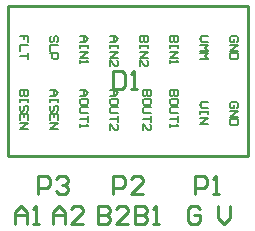
<source format=gto>
G04 Layer_Color=65535*
%FSLAX25Y25*%
%MOIN*%
G70*
G01*
G75*
%ADD10C,0.01000*%
%ADD14C,0.00500*%
D10*
X107500Y187500D02*
X187500D01*
X107500Y137500D02*
Y187500D01*
Y137500D02*
X187500D01*
Y187500D01*
X142500Y165998D02*
Y160000D01*
X145499D01*
X146499Y161000D01*
Y164998D01*
X145499Y165998D01*
X142500D01*
X148498Y160000D02*
X150497D01*
X149498D01*
Y165998D01*
X148498Y164998D01*
X170000Y125000D02*
Y130998D01*
X172999D01*
X173999Y129998D01*
Y127999D01*
X172999Y126999D01*
X170000D01*
X175998Y125000D02*
X177997D01*
X176998D01*
Y130998D01*
X175998Y129998D01*
X142500Y125000D02*
Y130998D01*
X145499D01*
X146499Y129998D01*
Y127999D01*
X145499Y126999D01*
X142500D01*
X152497Y125000D02*
X148498D01*
X152497Y128999D01*
Y129998D01*
X151497Y130998D01*
X149498D01*
X148498Y129998D01*
X117500Y125000D02*
Y130998D01*
X120499D01*
X121499Y129998D01*
Y127999D01*
X120499Y126999D01*
X117500D01*
X123498Y129998D02*
X124498Y130998D01*
X126497D01*
X127497Y129998D01*
Y128999D01*
X126497Y127999D01*
X125497D01*
X126497D01*
X127497Y126999D01*
Y126000D01*
X126497Y125000D01*
X124498D01*
X123498Y126000D01*
X110000Y115000D02*
Y118999D01*
X111999Y120998D01*
X113999Y118999D01*
Y115000D01*
Y117999D01*
X110000D01*
X115998Y115000D02*
X117997D01*
X116998D01*
Y120998D01*
X115998Y119998D01*
X122500Y115000D02*
Y118999D01*
X124499Y120998D01*
X126499Y118999D01*
Y115000D01*
Y117999D01*
X122500D01*
X132497Y115000D02*
X128498D01*
X132497Y118999D01*
Y119998D01*
X131497Y120998D01*
X129498D01*
X128498Y119998D01*
X137500Y120998D02*
Y115000D01*
X140499D01*
X141499Y116000D01*
Y116999D01*
X140499Y117999D01*
X137500D01*
X140499D01*
X141499Y118999D01*
Y119998D01*
X140499Y120998D01*
X137500D01*
X147497Y115000D02*
X143498D01*
X147497Y118999D01*
Y119998D01*
X146497Y120998D01*
X144498D01*
X143498Y119998D01*
X150000Y120998D02*
Y115000D01*
X152999D01*
X153999Y116000D01*
Y116999D01*
X152999Y117999D01*
X150000D01*
X152999D01*
X153999Y118999D01*
Y119998D01*
X152999Y120998D01*
X150000D01*
X155998Y115000D02*
X157997D01*
X156998D01*
Y120998D01*
X155998Y119998D01*
X171499D02*
X170499Y120998D01*
X168500D01*
X167500Y119998D01*
Y116000D01*
X168500Y115000D01*
X170499D01*
X171499Y116000D01*
Y117999D01*
X169499D01*
X177500Y120998D02*
Y116999D01*
X179499Y115000D01*
X181499Y116999D01*
Y120998D01*
D14*
X183852Y153619D02*
X184322Y154089D01*
Y155030D01*
X183852Y155500D01*
X181970D01*
X181500Y155030D01*
Y154089D01*
X181970Y153619D01*
X182911D01*
Y154559D01*
X181500Y152678D02*
X184322D01*
X181500Y150797D01*
X184322D01*
Y149856D02*
X181500D01*
Y148445D01*
X181970Y147975D01*
X183852D01*
X184322Y148445D01*
Y149856D01*
X174322Y155500D02*
X172441D01*
X171500Y154559D01*
X172441Y153619D01*
X174322D01*
Y152678D02*
Y151737D01*
Y152208D01*
X171500D01*
Y152678D01*
Y151737D01*
Y150327D02*
X174322D01*
X171500Y148445D01*
X174322D01*
X164322Y159500D02*
X161500D01*
Y158089D01*
X161970Y157619D01*
X162441D01*
X162911Y158089D01*
Y159500D01*
Y158089D01*
X163381Y157619D01*
X163852D01*
X164322Y158089D01*
Y159500D01*
Y155267D02*
Y156208D01*
X163852Y156678D01*
X161970D01*
X161500Y156208D01*
Y155267D01*
X161970Y154797D01*
X163852D01*
X164322Y155267D01*
Y153856D02*
X161970D01*
X161500Y153386D01*
Y152445D01*
X161970Y151975D01*
X164322D01*
Y151034D02*
Y149153D01*
Y150094D01*
X161500D01*
Y148212D02*
Y147272D01*
Y147742D01*
X164322D01*
X163852Y148212D01*
X155322Y159500D02*
X152500D01*
Y158089D01*
X152970Y157619D01*
X153441D01*
X153911Y158089D01*
Y159500D01*
Y158089D01*
X154381Y157619D01*
X154852D01*
X155322Y158089D01*
Y159500D01*
Y155267D02*
Y156208D01*
X154852Y156678D01*
X152970D01*
X152500Y156208D01*
Y155267D01*
X152970Y154797D01*
X154852D01*
X155322Y155267D01*
Y153856D02*
X152970D01*
X152500Y153386D01*
Y152445D01*
X152970Y151975D01*
X155322D01*
Y151034D02*
Y149153D01*
Y150094D01*
X152500D01*
Y146331D02*
Y148212D01*
X154381Y146331D01*
X154852D01*
X155322Y146801D01*
Y147742D01*
X154852Y148212D01*
X141500Y159500D02*
X143381D01*
X144322Y158559D01*
X143381Y157619D01*
X141500D01*
X142911D01*
Y159500D01*
X144322Y155267D02*
Y156208D01*
X143852Y156678D01*
X141970D01*
X141500Y156208D01*
Y155267D01*
X141970Y154797D01*
X143852D01*
X144322Y155267D01*
Y153856D02*
X141970D01*
X141500Y153386D01*
Y152445D01*
X141970Y151975D01*
X144322D01*
Y151034D02*
Y149153D01*
Y150094D01*
X141500D01*
Y146331D02*
Y148212D01*
X143381Y146331D01*
X143852D01*
X144322Y146801D01*
Y147742D01*
X143852Y148212D01*
X131500Y159500D02*
X133381D01*
X134322Y158559D01*
X133381Y157619D01*
X131500D01*
X132911D01*
Y159500D01*
X134322Y155267D02*
Y156208D01*
X133852Y156678D01*
X131970D01*
X131500Y156208D01*
Y155267D01*
X131970Y154797D01*
X133852D01*
X134322Y155267D01*
Y153856D02*
X131970D01*
X131500Y153386D01*
Y152445D01*
X131970Y151975D01*
X134322D01*
Y151034D02*
Y149153D01*
Y150094D01*
X131500D01*
Y148212D02*
Y147272D01*
Y147742D01*
X134322D01*
X133852Y148212D01*
X121500Y159500D02*
X123381D01*
X124322Y158559D01*
X123381Y157619D01*
X121500D01*
X122911D01*
Y159500D01*
X124322Y156678D02*
Y155737D01*
Y156208D01*
X121500D01*
Y156678D01*
Y155737D01*
X123852Y152445D02*
X124322Y152916D01*
Y153856D01*
X123852Y154326D01*
X123381D01*
X122911Y153856D01*
Y152916D01*
X122441Y152445D01*
X121970D01*
X121500Y152916D01*
Y153856D01*
X121970Y154326D01*
X124322Y149623D02*
Y151505D01*
X121500D01*
Y149623D01*
X122911Y151505D02*
Y150564D01*
X121500Y148683D02*
X124322D01*
X121500Y146801D01*
X124322D01*
X123852Y175619D02*
X124322Y176089D01*
Y177030D01*
X123852Y177500D01*
X123381D01*
X122911Y177030D01*
Y176089D01*
X122441Y175619D01*
X121970D01*
X121500Y176089D01*
Y177030D01*
X121970Y177500D01*
X124322Y174678D02*
X121500D01*
Y172797D01*
Y171856D02*
X124322D01*
Y170445D01*
X123852Y169975D01*
X122911D01*
X122441Y170445D01*
Y171856D01*
X131500Y177500D02*
X133381D01*
X134322Y176559D01*
X133381Y175619D01*
X131500D01*
X132911D01*
Y177500D01*
X134322Y174678D02*
Y173737D01*
Y174208D01*
X131500D01*
Y174678D01*
Y173737D01*
Y172327D02*
X134322D01*
X131500Y170445D01*
X134322D01*
X131500Y169505D02*
Y168564D01*
Y169034D01*
X134322D01*
X133852Y169505D01*
X141500Y177500D02*
X143381D01*
X144322Y176559D01*
X143381Y175619D01*
X141500D01*
X142911D01*
Y177500D01*
X144322Y174678D02*
Y173737D01*
Y174208D01*
X141500D01*
Y174678D01*
Y173737D01*
Y172327D02*
X144322D01*
X141500Y170445D01*
X144322D01*
X141500Y167623D02*
Y169505D01*
X143381Y167623D01*
X143852D01*
X144322Y168094D01*
Y169034D01*
X143852Y169505D01*
X154322Y177500D02*
X151500D01*
Y176089D01*
X151970Y175619D01*
X152441D01*
X152911Y176089D01*
Y177500D01*
Y176089D01*
X153381Y175619D01*
X153852D01*
X154322Y176089D01*
Y177500D01*
Y174678D02*
Y173737D01*
Y174208D01*
X151500D01*
Y174678D01*
Y173737D01*
Y172327D02*
X154322D01*
X151500Y170445D01*
X154322D01*
X151500Y167623D02*
Y169505D01*
X153381Y167623D01*
X153852D01*
X154322Y168094D01*
Y169034D01*
X153852Y169505D01*
X164322Y177500D02*
X161500D01*
Y176089D01*
X161970Y175619D01*
X162441D01*
X162911Y176089D01*
Y177500D01*
Y176089D01*
X163381Y175619D01*
X163852D01*
X164322Y176089D01*
Y177500D01*
Y174678D02*
Y173737D01*
Y174208D01*
X161500D01*
Y174678D01*
Y173737D01*
Y172327D02*
X164322D01*
X161500Y170445D01*
X164322D01*
X161500Y169505D02*
Y168564D01*
Y169034D01*
X164322D01*
X163852Y169505D01*
X174322Y177500D02*
X172441D01*
X171500Y176559D01*
X172441Y175619D01*
X174322D01*
X171500Y174678D02*
X174322D01*
X173381Y173737D01*
X174322Y172797D01*
X171500D01*
Y171856D02*
X174322D01*
X173381Y170915D01*
X174322Y169975D01*
X171500D01*
X183852Y175619D02*
X184322Y176089D01*
Y177030D01*
X183852Y177500D01*
X181970D01*
X181500Y177030D01*
Y176089D01*
X181970Y175619D01*
X182911D01*
Y176559D01*
X181500Y174678D02*
X184322D01*
X181500Y172797D01*
X184322D01*
Y171856D02*
X181500D01*
Y170445D01*
X181970Y169975D01*
X183852D01*
X184322Y170445D01*
Y171856D01*
X114322Y175619D02*
Y177500D01*
X112911D01*
Y176559D01*
Y177500D01*
X111500D01*
X114322Y174678D02*
X111500D01*
Y172797D01*
X114322Y171856D02*
Y169975D01*
Y170915D01*
X111500D01*
X114322Y159500D02*
X111500D01*
Y158089D01*
X111970Y157619D01*
X112441D01*
X112911Y158089D01*
Y159500D01*
Y158089D01*
X113381Y157619D01*
X113852D01*
X114322Y158089D01*
Y159500D01*
Y156678D02*
Y155737D01*
Y156208D01*
X111500D01*
Y156678D01*
Y155737D01*
X113852Y152445D02*
X114322Y152916D01*
Y153856D01*
X113852Y154326D01*
X113381D01*
X112911Y153856D01*
Y152916D01*
X112441Y152445D01*
X111970D01*
X111500Y152916D01*
Y153856D01*
X111970Y154326D01*
X114322Y149623D02*
Y151505D01*
X111500D01*
Y149623D01*
X112911Y151505D02*
Y150564D01*
X111500Y148683D02*
X114322D01*
X111500Y146801D01*
X114322D01*
M02*

</source>
